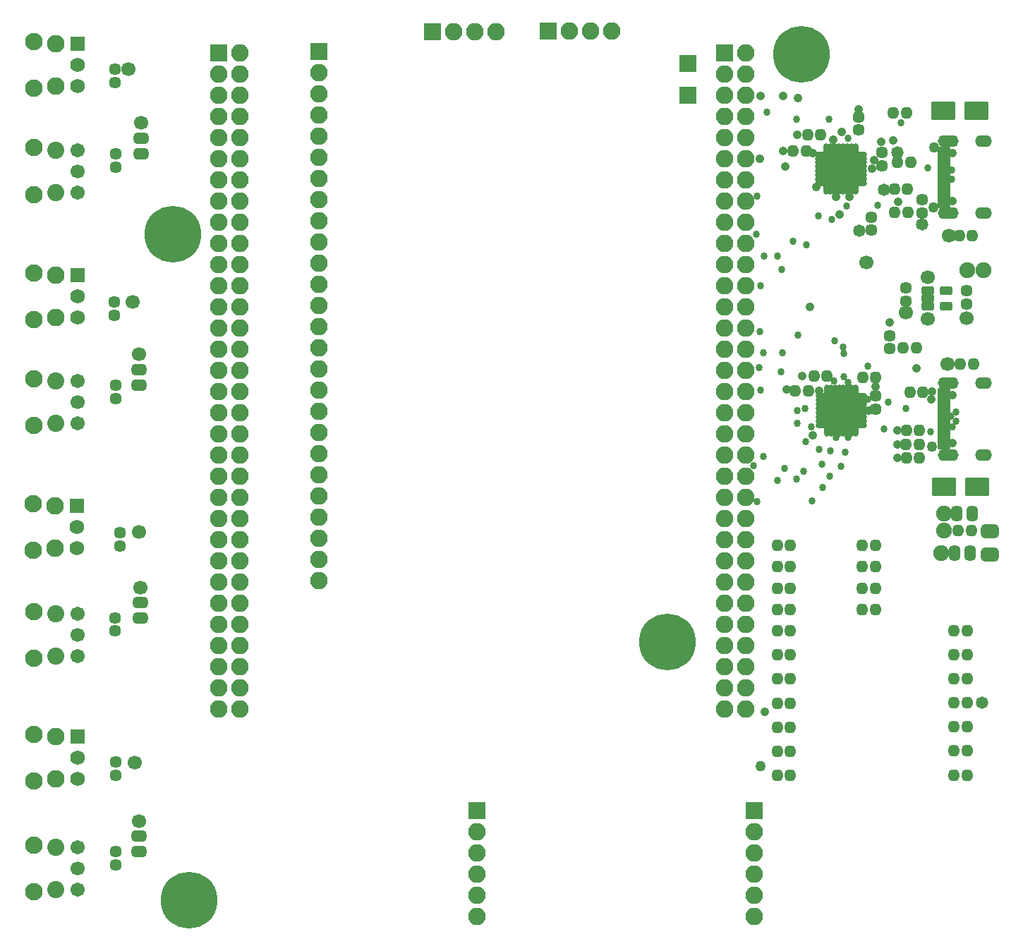
<source format=gbr>
%TF.GenerationSoftware,KiCad,Pcbnew,(6.0.7)*%
%TF.CreationDate,2022-08-08T22:40:30-07:00*%
%TF.ProjectId,adatface_baseboard,61646174-6661-4636-955f-62617365626f,rev?*%
%TF.SameCoordinates,Original*%
%TF.FileFunction,Soldermask,Top*%
%TF.FilePolarity,Negative*%
%FSLAX46Y46*%
G04 Gerber Fmt 4.6, Leading zero omitted, Abs format (unit mm)*
G04 Created by KiCad (PCBNEW (6.0.7)) date 2022-08-08 22:40:30*
%MOMM*%
%LPD*%
G01*
G04 APERTURE LIST*
G04 Aperture macros list*
%AMRoundRect*
0 Rectangle with rounded corners*
0 $1 Rounding radius*
0 $2 $3 $4 $5 $6 $7 $8 $9 X,Y pos of 4 corners*
0 Add a 4 corners polygon primitive as box body*
4,1,4,$2,$3,$4,$5,$6,$7,$8,$9,$2,$3,0*
0 Add four circle primitives for the rounded corners*
1,1,$1+$1,$2,$3*
1,1,$1+$1,$4,$5*
1,1,$1+$1,$6,$7*
1,1,$1+$1,$8,$9*
0 Add four rect primitives between the rounded corners*
20,1,$1+$1,$2,$3,$4,$5,0*
20,1,$1+$1,$4,$5,$6,$7,0*
20,1,$1+$1,$6,$7,$8,$9,0*
20,1,$1+$1,$8,$9,$2,$3,0*%
G04 Aperture macros list end*
%ADD10RoundRect,0.418750X0.218750X0.256250X-0.218750X0.256250X-0.218750X-0.256250X0.218750X-0.256250X0*%
%ADD11C,2.100000*%
%ADD12C,1.708000*%
%ADD13C,1.700000*%
%ADD14C,2.050000*%
%ADD15RoundRect,0.200000X-0.679000X0.679000X-0.679000X-0.679000X0.679000X-0.679000X0.679000X0.679000X0*%
%ADD16C,1.758000*%
%ADD17C,2.125000*%
%ADD18RoundRect,0.443750X-0.456250X0.243750X-0.456250X-0.243750X0.456250X-0.243750X0.456250X0.243750X0*%
%ADD19RoundRect,0.418750X-0.256250X0.218750X-0.256250X-0.218750X0.256250X-0.218750X0.256250X0.218750X0*%
%ADD20RoundRect,0.200000X0.850000X-0.850000X0.850000X0.850000X-0.850000X0.850000X-0.850000X-0.850000X0*%
%ADD21O,2.100000X2.100000*%
%ADD22RoundRect,0.450000X0.625000X-0.375000X0.625000X0.375000X-0.625000X0.375000X-0.625000X-0.375000X0*%
%ADD23RoundRect,0.200000X-0.530000X-0.325000X0.530000X-0.325000X0.530000X0.325000X-0.530000X0.325000X0*%
%ADD24C,1.200000*%
%ADD25C,6.800000*%
%ADD26RoundRect,0.418750X0.256250X-0.218750X0.256250X0.218750X-0.256250X0.218750X-0.256250X-0.218750X0*%
%ADD27RoundRect,0.418750X-0.218750X-0.256250X0.218750X-0.256250X0.218750X0.256250X-0.218750X0.256250X0*%
%ADD28RoundRect,0.443750X-0.243750X-0.456250X0.243750X-0.456250X0.243750X0.456250X-0.243750X0.456250X0*%
%ADD29RoundRect,0.200000X-0.850000X-0.850000X0.850000X-0.850000X0.850000X0.850000X-0.850000X0.850000X0*%
%ADD30C,1.900000*%
%ADD31C,1.050000*%
%ADD32RoundRect,0.200000X0.575000X-0.150000X0.575000X0.150000X-0.575000X0.150000X-0.575000X-0.150000X0*%
%ADD33O,2.500000X1.400000*%
%ADD34O,2.000000X1.400000*%
%ADD35RoundRect,0.200000X1.250000X0.900000X-1.250000X0.900000X-1.250000X-0.900000X1.250000X-0.900000X0*%
%ADD36RoundRect,0.200000X0.850000X0.850000X-0.850000X0.850000X-0.850000X-0.850000X0.850000X-0.850000X0*%
%ADD37RoundRect,0.262500X-0.375000X-0.062500X0.375000X-0.062500X0.375000X0.062500X-0.375000X0.062500X0*%
%ADD38RoundRect,0.262500X-0.062500X-0.375000X0.062500X-0.375000X0.062500X0.375000X-0.062500X0.375000X0*%
%ADD39RoundRect,0.200000X-1.650000X-1.650000X1.650000X-1.650000X1.650000X1.650000X-1.650000X1.650000X0*%
%ADD40C,0.860000*%
%ADD41C,1.060000*%
%ADD42C,1.480000*%
%ADD43C,1.260000*%
G04 APERTURE END LIST*
D10*
%TO.C,C10*%
X152087500Y-90500000D03*
X150512500Y-90500000D03*
%TD*%
%TO.C,R4*%
X136587500Y-114181666D03*
X135012500Y-114181666D03*
%TD*%
D11*
%TO.C,U1*%
X45816023Y-142589033D03*
X45816023Y-136989033D03*
D12*
X51056023Y-137249033D03*
D13*
X51056023Y-139789033D03*
D12*
X51056023Y-142329033D03*
D14*
X48426023Y-137249033D03*
X48426023Y-142329033D03*
%TD*%
D11*
%TO.C,TR2*%
X45810408Y-40557745D03*
X45810408Y-46157745D03*
D15*
X51050408Y-40817745D03*
D16*
X51050408Y-43357745D03*
X51050408Y-45897745D03*
D17*
X48430408Y-40817745D03*
X48430408Y-45897745D03*
%TD*%
D18*
%TO.C,L3*%
X58450000Y-79912500D03*
X58450000Y-81787500D03*
%TD*%
D11*
%TO.C,TR3*%
X45786111Y-68321385D03*
X45786111Y-73921385D03*
D15*
X51026111Y-68581385D03*
D16*
X51026111Y-71121385D03*
X51026111Y-73661385D03*
D17*
X48406111Y-68581385D03*
X48406111Y-73661385D03*
%TD*%
D19*
%TO.C,C9*%
X152400000Y-59562500D03*
X152400000Y-61137500D03*
%TD*%
D20*
%TO.C,J11*%
X93640000Y-39365000D03*
D21*
X96180000Y-39365000D03*
X98720000Y-39365000D03*
X101260000Y-39365000D03*
%TD*%
D22*
%TO.C,FB1*%
X160500000Y-102150000D03*
X160500000Y-99350000D03*
%TD*%
D10*
%TO.C,R8*%
X136587500Y-101027811D03*
X135012500Y-101027811D03*
%TD*%
D19*
%TO.C,C5*%
X55650000Y-127062500D03*
X55650000Y-128637500D03*
%TD*%
D23*
%TO.C,U7*%
X153050000Y-70437500D03*
X153050000Y-71387500D03*
X153050000Y-72337500D03*
X155250000Y-72337500D03*
X155250000Y-70437500D03*
%TD*%
D24*
%TO.C,H3*%
X60050000Y-63700000D03*
X64147056Y-62002944D03*
X64850000Y-63700000D03*
X60752944Y-62002944D03*
X64147056Y-65397056D03*
D25*
X62450000Y-63700000D03*
D24*
X62450000Y-66100000D03*
X60752944Y-65397056D03*
X62450000Y-61300000D03*
%TD*%
%TO.C,H4*%
X121793000Y-115049000D03*
X123490056Y-110951944D03*
X124193000Y-112649000D03*
X123490056Y-114346056D03*
X120095944Y-110951944D03*
D25*
X121793000Y-112649000D03*
D24*
X121793000Y-110249000D03*
X119393000Y-112649000D03*
X120095944Y-114346056D03*
%TD*%
D10*
%TO.C,D4*%
X157787500Y-114141666D03*
X156212500Y-114141666D03*
%TD*%
%TO.C,R13*%
X152075000Y-87200000D03*
X150500000Y-87200000D03*
%TD*%
%TO.C,D5*%
X157787500Y-117033332D03*
X156212500Y-117033332D03*
%TD*%
D19*
%TO.C,C7*%
X55450000Y-71862500D03*
X55450000Y-73437500D03*
%TD*%
D20*
%TO.C,J10*%
X107490000Y-39310000D03*
D21*
X110030000Y-39310000D03*
X112570000Y-39310000D03*
X115110000Y-39310000D03*
%TD*%
D10*
%TO.C,R14*%
X152512500Y-82675000D03*
X150937500Y-82675000D03*
%TD*%
%TO.C,C12*%
X138757500Y-82500000D03*
X137182500Y-82500000D03*
%TD*%
D26*
%TO.C,R17*%
X144800000Y-51187500D03*
X144800000Y-49612500D03*
%TD*%
D19*
%TO.C,C11*%
X150450000Y-70162500D03*
X150450000Y-71737500D03*
%TD*%
D18*
%TO.C,L4*%
X58550000Y-107875000D03*
X58550000Y-109750000D03*
%TD*%
D27*
%TO.C,R18*%
X145262500Y-80850000D03*
X146837500Y-80850000D03*
%TD*%
D11*
%TO.C,U2*%
X45830408Y-58920245D03*
X45830408Y-53320245D03*
D12*
X51070408Y-53580245D03*
D13*
X51070408Y-56120245D03*
D12*
X51070408Y-58660245D03*
D14*
X48440408Y-53580245D03*
X48440408Y-58660245D03*
%TD*%
D10*
%TO.C,D1*%
X157787500Y-128600000D03*
X156212500Y-128600000D03*
%TD*%
D26*
%TO.C,C3*%
X55650000Y-83425000D03*
X55650000Y-81850000D03*
%TD*%
D28*
%TO.C,C21*%
X156562500Y-97250000D03*
X158437500Y-97250000D03*
%TD*%
D18*
%TO.C,L1*%
X58400000Y-135912500D03*
X58400000Y-137787500D03*
%TD*%
D29*
%TO.C,J3*%
X128650000Y-41910000D03*
D21*
X131190000Y-41910000D03*
X128650000Y-44450000D03*
X131190000Y-44450000D03*
X128650000Y-46990000D03*
X131190000Y-46990000D03*
X128650000Y-49530000D03*
X131190000Y-49530000D03*
X128650000Y-52070000D03*
X131190000Y-52070000D03*
X128650000Y-54610000D03*
X131190000Y-54610000D03*
X128650000Y-57150000D03*
X131190000Y-57150000D03*
X128650000Y-59690000D03*
X131190000Y-59690000D03*
X128650000Y-62230000D03*
X131190000Y-62230000D03*
X128650000Y-64770000D03*
X131190000Y-64770000D03*
X128650000Y-67310000D03*
X131190000Y-67310000D03*
X128650000Y-69850000D03*
X131190000Y-69850000D03*
X128650000Y-72390000D03*
X131190000Y-72390000D03*
X128650000Y-74930000D03*
X131190000Y-74930000D03*
X128650000Y-77470000D03*
X131190000Y-77470000D03*
X128650000Y-80010000D03*
X131190000Y-80010000D03*
X128650000Y-82550000D03*
X131190000Y-82550000D03*
X128650000Y-85090000D03*
X131190000Y-85090000D03*
X128650000Y-87630000D03*
X131190000Y-87630000D03*
X128650000Y-90170000D03*
X131190000Y-90170000D03*
X128650000Y-92710000D03*
X131190000Y-92710000D03*
X128650000Y-95250000D03*
X131190000Y-95250000D03*
X128650000Y-97790000D03*
X131190000Y-97790000D03*
X128650000Y-100330000D03*
X131190000Y-100330000D03*
X128650000Y-102870000D03*
X131190000Y-102870000D03*
X128650000Y-105410000D03*
X131190000Y-105410000D03*
X128650000Y-107950000D03*
X131190000Y-107950000D03*
X128650000Y-110490000D03*
X131190000Y-110490000D03*
X128650000Y-113030000D03*
X131190000Y-113030000D03*
X128650000Y-115570000D03*
X131190000Y-115570000D03*
X128650000Y-118110000D03*
X131190000Y-118110000D03*
X128650000Y-120650000D03*
X131190000Y-120650000D03*
%TD*%
D10*
%TO.C,C14*%
X138507500Y-53690000D03*
X136932500Y-53690000D03*
%TD*%
D26*
%TO.C,C2*%
X55650000Y-55637500D03*
X55650000Y-54062500D03*
%TD*%
D10*
%TO.C,R3*%
X136587500Y-111290000D03*
X135012500Y-111290000D03*
%TD*%
D29*
%TO.C,J7*%
X80010000Y-41783000D03*
D21*
X80010000Y-44323000D03*
X80010000Y-46863000D03*
X80010000Y-49403000D03*
X80010000Y-51943000D03*
X80010000Y-54483000D03*
X80010000Y-57023000D03*
X80010000Y-59563000D03*
X80010000Y-62103000D03*
X80010000Y-64643000D03*
X80010000Y-67183000D03*
X80010000Y-69723000D03*
X80010000Y-72263000D03*
X80010000Y-74803000D03*
X80010000Y-77343000D03*
X80010000Y-79883000D03*
X80010000Y-82423000D03*
X80010000Y-84963000D03*
X80010000Y-87503000D03*
X80010000Y-90043000D03*
X80010000Y-92583000D03*
X80010000Y-95123000D03*
X80010000Y-97663000D03*
X80010000Y-100203000D03*
X80010000Y-102743000D03*
X80010000Y-105283000D03*
%TD*%
D29*
%TO.C,J6*%
X99000000Y-132900000D03*
D21*
X99000000Y-135440000D03*
X99000000Y-137980000D03*
X99000000Y-140520000D03*
X99000000Y-143060000D03*
X99000000Y-145600000D03*
%TD*%
D27*
%TO.C,R12*%
X156862500Y-63850000D03*
X158437500Y-63850000D03*
%TD*%
D30*
%TO.C,TP5*%
X157800000Y-68050000D03*
%TD*%
D31*
%TO.C,J4*%
X156045000Y-82960000D03*
X156045000Y-88740000D03*
D32*
X154980000Y-89200000D03*
X154980000Y-88400000D03*
X154980000Y-87100000D03*
X154980000Y-86100000D03*
X154980000Y-85600000D03*
X154980000Y-84600000D03*
X154980000Y-83300000D03*
X154980000Y-82500000D03*
X154980000Y-82800000D03*
X154980000Y-83600000D03*
X154980000Y-84100000D03*
X154980000Y-85100000D03*
X154980000Y-86600000D03*
X154980000Y-87600000D03*
X154980000Y-88100000D03*
X154980000Y-88900000D03*
D33*
X155545000Y-90170000D03*
D34*
X159725000Y-90170000D03*
X159725000Y-81530000D03*
D33*
X155545000Y-81530000D03*
%TD*%
D26*
%TO.C,C1*%
X55650000Y-139387500D03*
X55650000Y-137812500D03*
%TD*%
D10*
%TO.C,D2*%
X157787500Y-122816664D03*
X156212500Y-122816664D03*
%TD*%
D35*
%TO.C,D12*%
X158900000Y-48900000D03*
X154900000Y-48900000D03*
%TD*%
D19*
%TO.C,R24*%
X146300000Y-61637500D03*
X146300000Y-63212500D03*
%TD*%
D10*
%TO.C,R15*%
X150637500Y-58300000D03*
X149062500Y-58300000D03*
%TD*%
%TO.C,D9*%
X146812500Y-108751964D03*
X145237500Y-108751964D03*
%TD*%
%TO.C,R9*%
X136587500Y-103593358D03*
X135012500Y-103593358D03*
%TD*%
%TO.C,R1*%
X136587500Y-128640000D03*
X135012500Y-128640000D03*
%TD*%
D11*
%TO.C,U3*%
X45790000Y-86650000D03*
X45790000Y-81050000D03*
D12*
X51030000Y-81310000D03*
D13*
X51030000Y-83850000D03*
D12*
X51030000Y-86390000D03*
D14*
X48400000Y-81310000D03*
X48400000Y-86390000D03*
%TD*%
D19*
%TO.C,C8*%
X56136737Y-99533043D03*
X56136737Y-101108043D03*
%TD*%
D26*
%TO.C,R26*%
X148510000Y-77425000D03*
X148510000Y-75850000D03*
%TD*%
D10*
%TO.C,D6*%
X157787500Y-119924998D03*
X156212500Y-119924998D03*
%TD*%
%TO.C,R5*%
X136587500Y-117073332D03*
X135012500Y-117073332D03*
%TD*%
%TO.C,R23*%
X150687500Y-61100000D03*
X149112500Y-61100000D03*
%TD*%
D26*
%TO.C,C18*%
X147550000Y-55457500D03*
X147550000Y-53882500D03*
%TD*%
D10*
%TO.C,R11*%
X136587500Y-106158905D03*
X135012500Y-106158905D03*
%TD*%
D27*
%TO.C,R16*%
X149432500Y-55070000D03*
X151007500Y-55070000D03*
%TD*%
D10*
%TO.C,R19*%
X150487500Y-49100000D03*
X148912500Y-49100000D03*
%TD*%
%TO.C,D10*%
X146812500Y-106174642D03*
X145237500Y-106174642D03*
%TD*%
%TO.C,R10*%
X136587500Y-108724452D03*
X135012500Y-108724452D03*
%TD*%
%TO.C,D7*%
X146812500Y-101020000D03*
X145237500Y-101020000D03*
%TD*%
D36*
%TO.C,J9*%
X124250000Y-43250000D03*
%TD*%
D24*
%TO.C,H2*%
X62752944Y-141902944D03*
X66850000Y-143600000D03*
X64450000Y-146000000D03*
X66147056Y-145297056D03*
X64450000Y-141200000D03*
X66147056Y-141902944D03*
X62752944Y-145297056D03*
X62050000Y-143600000D03*
D25*
X64450000Y-143600000D03*
%TD*%
D29*
%TO.C,J1*%
X132250000Y-132900000D03*
D21*
X132250000Y-135440000D03*
X132250000Y-137980000D03*
X132250000Y-140520000D03*
X132250000Y-143060000D03*
X132250000Y-145600000D03*
%TD*%
D26*
%TO.C,C4*%
X55525979Y-111307392D03*
X55525979Y-109732392D03*
%TD*%
D10*
%TO.C,D11*%
X157787500Y-125708330D03*
X156212500Y-125708330D03*
%TD*%
D26*
%TO.C,C16*%
X146825000Y-84687500D03*
X146825000Y-83112500D03*
%TD*%
D10*
%TO.C,C17*%
X140237500Y-51740000D03*
X138662500Y-51740000D03*
%TD*%
%TO.C,D3*%
X157787500Y-111250000D03*
X156212500Y-111250000D03*
%TD*%
D19*
%TO.C,C6*%
X55500000Y-43887500D03*
X55500000Y-45462500D03*
%TD*%
D11*
%TO.C,TR4*%
X45706530Y-96043594D03*
X45706530Y-101643594D03*
D15*
X50946530Y-96303594D03*
D16*
X50946530Y-98843594D03*
X50946530Y-101383594D03*
D17*
X48326530Y-96303594D03*
X48326530Y-101383594D03*
%TD*%
D10*
%TO.C,R6*%
X136587500Y-119964998D03*
X135012500Y-119964998D03*
%TD*%
%TO.C,R25*%
X151712500Y-77362500D03*
X150137500Y-77362500D03*
%TD*%
D36*
%TO.C,J8*%
X124250000Y-47000000D03*
%TD*%
D10*
%TO.C,C15*%
X140997500Y-80730000D03*
X139422500Y-80730000D03*
%TD*%
D27*
%TO.C,R7*%
X156975000Y-79250000D03*
X158550000Y-79250000D03*
%TD*%
%TO.C,C20*%
X156712500Y-99250000D03*
X158287500Y-99250000D03*
%TD*%
D25*
%TO.C,H1*%
X137925000Y-42100000D03*
D24*
X137925000Y-39700000D03*
X137925000Y-44500000D03*
X140325000Y-42100000D03*
X139622056Y-43797056D03*
X136227944Y-40402944D03*
X135525000Y-42100000D03*
X136227944Y-43797056D03*
X139622056Y-40402944D03*
%TD*%
D10*
%TO.C,R21*%
X136587500Y-125748330D03*
X135012500Y-125748330D03*
%TD*%
D11*
%TO.C,U4*%
X45816023Y-108989033D03*
X45816023Y-114589033D03*
D12*
X51056023Y-109249033D03*
D13*
X51056023Y-111789033D03*
D12*
X51056023Y-114329033D03*
D14*
X48426023Y-109249033D03*
X48426023Y-114329033D03*
%TD*%
D19*
%TO.C,C13*%
X157750000Y-70462500D03*
X157750000Y-72037500D03*
%TD*%
D10*
%TO.C,D8*%
X146812500Y-103597321D03*
X145237500Y-103597321D03*
%TD*%
D11*
%TO.C,TR1*%
X45796023Y-123751533D03*
X45796023Y-129351533D03*
D15*
X51036023Y-124011533D03*
D16*
X51036023Y-126551533D03*
X51036023Y-129091533D03*
D17*
X48416023Y-124011533D03*
X48416023Y-129091533D03*
%TD*%
D29*
%TO.C,J2*%
X67945000Y-41910000D03*
D21*
X70485000Y-41910000D03*
X67945000Y-44450000D03*
X70485000Y-44450000D03*
X67945000Y-46990000D03*
X70485000Y-46990000D03*
X67945000Y-49530000D03*
X70485000Y-49530000D03*
X67945000Y-52070000D03*
X70485000Y-52070000D03*
X67945000Y-54610000D03*
X70485000Y-54610000D03*
X67945000Y-57150000D03*
X70485000Y-57150000D03*
X67945000Y-59690000D03*
X70485000Y-59690000D03*
X67945000Y-62230000D03*
X70485000Y-62230000D03*
X67945000Y-64770000D03*
X70485000Y-64770000D03*
X67945000Y-67310000D03*
X70485000Y-67310000D03*
X67945000Y-69850000D03*
X70485000Y-69850000D03*
X67945000Y-72390000D03*
X70485000Y-72390000D03*
X67945000Y-74930000D03*
X70485000Y-74930000D03*
X67945000Y-77470000D03*
X70485000Y-77470000D03*
X67945000Y-80010000D03*
X70485000Y-80010000D03*
X67945000Y-82550000D03*
X70485000Y-82550000D03*
X67945000Y-85090000D03*
X70485000Y-85090000D03*
X67945000Y-87630000D03*
X70485000Y-87630000D03*
X67945000Y-90170000D03*
X70485000Y-90170000D03*
X67945000Y-92710000D03*
X70485000Y-92710000D03*
X67945000Y-95250000D03*
X70485000Y-95250000D03*
X67945000Y-97790000D03*
X70485000Y-97790000D03*
X67945000Y-100330000D03*
X70485000Y-100330000D03*
X67945000Y-102870000D03*
X70485000Y-102870000D03*
X67945000Y-105410000D03*
X70485000Y-105410000D03*
X67945000Y-107950000D03*
X70485000Y-107950000D03*
X67945000Y-110490000D03*
X70485000Y-110490000D03*
X67945000Y-113030000D03*
X70485000Y-113030000D03*
X67945000Y-115570000D03*
X70485000Y-115570000D03*
X67945000Y-118110000D03*
X70485000Y-118110000D03*
X67945000Y-120650000D03*
X70485000Y-120650000D03*
%TD*%
D37*
%TO.C,U5*%
X140212500Y-54100000D03*
X140212500Y-54600000D03*
X140212500Y-55100000D03*
X140212500Y-55600000D03*
X140212500Y-56100000D03*
X140212500Y-56600000D03*
X140212500Y-57100000D03*
X140212500Y-57600000D03*
D38*
X140900000Y-58287500D03*
X141400000Y-58287500D03*
X141900000Y-58287500D03*
X142400000Y-58287500D03*
X142900000Y-58287500D03*
X143400000Y-58287500D03*
X143900000Y-58287500D03*
X144400000Y-58287500D03*
D37*
X145087500Y-57600000D03*
X145087500Y-57100000D03*
X145087500Y-56600000D03*
X145087500Y-56100000D03*
X145087500Y-55600000D03*
X145087500Y-55100000D03*
X145087500Y-54600000D03*
X145087500Y-54100000D03*
D38*
X144400000Y-53412500D03*
X143900000Y-53412500D03*
X143400000Y-53412500D03*
X142900000Y-53412500D03*
X142400000Y-53412500D03*
X141900000Y-53412500D03*
X141400000Y-53412500D03*
X140900000Y-53412500D03*
D39*
X142650000Y-55850000D03*
%TD*%
D28*
%TO.C,C19*%
X156312500Y-102000000D03*
X158187500Y-102000000D03*
%TD*%
D10*
%TO.C,R2*%
X136587500Y-122856664D03*
X135012500Y-122856664D03*
%TD*%
D31*
%TO.C,J5*%
X156045000Y-53960000D03*
X156045000Y-59740000D03*
D32*
X154980000Y-60200000D03*
X154980000Y-59400000D03*
X154980000Y-58100000D03*
X154980000Y-57100000D03*
X154980000Y-56600000D03*
X154980000Y-55600000D03*
X154980000Y-54300000D03*
X154980000Y-53500000D03*
X154980000Y-53800000D03*
X154980000Y-54600000D03*
X154980000Y-55100000D03*
X154980000Y-56100000D03*
X154980000Y-57600000D03*
X154980000Y-58600000D03*
X154980000Y-59100000D03*
X154980000Y-59900000D03*
D33*
X155545000Y-52530000D03*
D34*
X159725000Y-61170000D03*
X159725000Y-52530000D03*
D33*
X155545000Y-61170000D03*
%TD*%
D37*
%TO.C,U6*%
X140262500Y-83125000D03*
X140262500Y-83625000D03*
X140262500Y-84125000D03*
X140262500Y-84625000D03*
X140262500Y-85125000D03*
X140262500Y-85625000D03*
X140262500Y-86125000D03*
X140262500Y-86625000D03*
D38*
X140950000Y-87312500D03*
X141450000Y-87312500D03*
X141950000Y-87312500D03*
X142450000Y-87312500D03*
X142950000Y-87312500D03*
X143450000Y-87312500D03*
X143950000Y-87312500D03*
X144450000Y-87312500D03*
D37*
X145137500Y-86625000D03*
X145137500Y-86125000D03*
X145137500Y-85625000D03*
X145137500Y-85125000D03*
X145137500Y-84625000D03*
X145137500Y-84125000D03*
X145137500Y-83625000D03*
X145137500Y-83125000D03*
D38*
X144450000Y-82437500D03*
X143950000Y-82437500D03*
X143450000Y-82437500D03*
X142950000Y-82437500D03*
X142450000Y-82437500D03*
X141950000Y-82437500D03*
X141450000Y-82437500D03*
X140950000Y-82437500D03*
D39*
X142700000Y-84875000D03*
%TD*%
D35*
%TO.C,D13*%
X159000000Y-94000000D03*
X155000000Y-94000000D03*
%TD*%
D10*
%TO.C,R20*%
X152050000Y-88900000D03*
X150475000Y-88900000D03*
%TD*%
D18*
%TO.C,L2*%
X58650000Y-52156250D03*
X58650000Y-54031250D03*
%TD*%
D40*
X155895500Y-85579500D03*
X156425000Y-86125000D03*
X156425000Y-85000000D03*
X156035000Y-86775000D03*
X143650000Y-54850000D03*
X141550000Y-61940000D03*
D30*
X155000000Y-97250000D03*
D40*
X142630000Y-91570000D03*
X138430000Y-88610000D03*
D41*
X133030000Y-47130000D03*
X135720000Y-47070000D03*
D40*
X141754384Y-83960199D03*
X137350000Y-93040000D03*
D13*
X150450000Y-73100000D03*
D40*
X143650000Y-55850000D03*
X149850000Y-50340000D03*
X142750000Y-85950000D03*
D41*
X148500000Y-74250000D03*
D40*
X143310000Y-60280000D03*
X137420000Y-86410000D03*
D42*
X144850000Y-63275000D03*
D40*
X133460000Y-66360000D03*
X142650000Y-56850000D03*
D41*
X132940000Y-54600000D03*
X153560000Y-82570000D03*
D40*
X132600000Y-59100000D03*
X133010000Y-82430000D03*
D30*
X155000000Y-99300000D03*
D43*
X153550000Y-89200000D03*
D40*
X139990000Y-89530000D03*
D42*
X159600000Y-119900000D03*
D40*
X140480000Y-94090000D03*
X135600000Y-77900000D03*
X133020000Y-69860000D03*
D41*
X144800000Y-48750000D03*
D40*
X138300000Y-84650000D03*
X138540000Y-64980000D03*
X139180000Y-95670000D03*
X143130000Y-89860000D03*
X135060000Y-66330000D03*
X141650000Y-54850000D03*
X141750000Y-84850000D03*
D41*
X135710000Y-53680000D03*
D40*
X132490000Y-63710000D03*
X141650000Y-55850000D03*
D43*
X153825000Y-53325000D03*
D40*
X142750000Y-83800000D03*
X143650000Y-84850000D03*
X141750000Y-85950000D03*
D41*
X137980000Y-80730000D03*
D40*
X136890000Y-64530000D03*
D41*
X137400000Y-51740000D03*
D40*
X133370000Y-90340000D03*
X132600000Y-95790000D03*
X143650000Y-85950000D03*
X132860000Y-79660000D03*
X147820000Y-87080000D03*
D30*
X154700000Y-102000000D03*
D40*
X147080000Y-60210000D03*
X142750000Y-84850000D03*
D42*
X149420000Y-53910000D03*
D41*
X149412500Y-87200000D03*
D40*
X141200000Y-49890000D03*
X133330000Y-77890000D03*
X143650000Y-56850000D03*
X135870000Y-91820000D03*
D41*
X136150000Y-82330000D03*
D40*
X138190000Y-92130000D03*
X139940000Y-61480000D03*
D41*
X146825000Y-81975000D03*
X149425000Y-90525000D03*
X135950000Y-55600000D03*
D40*
X137330000Y-49910000D03*
X143650000Y-83800000D03*
X141650000Y-56850000D03*
X140400000Y-91300000D03*
D13*
X155650000Y-63850000D03*
D40*
X132910000Y-75370000D03*
X137520000Y-75810000D03*
X135480000Y-80250000D03*
X141400000Y-89670000D03*
D41*
X147520000Y-52640000D03*
D40*
X142650000Y-55850000D03*
X135050000Y-93210000D03*
X142650000Y-54850000D03*
D13*
X155400000Y-79250000D03*
D42*
X152400000Y-62550000D03*
D40*
X137420000Y-84850000D03*
D13*
X157750000Y-73800000D03*
D42*
X147841950Y-58391950D03*
D43*
X153775000Y-60500000D03*
D40*
X141290000Y-92730000D03*
X135530000Y-67940000D03*
X133790000Y-49070000D03*
X141870000Y-76460000D03*
D13*
X58550000Y-106150000D03*
X57650000Y-71850000D03*
D40*
X143529500Y-88095000D03*
D41*
X139667911Y-58032917D03*
X143630000Y-59230000D03*
X139240000Y-53920500D03*
D40*
X142029500Y-88114428D03*
D13*
X58650000Y-50343750D03*
X58450000Y-78112500D03*
D41*
X142074144Y-59210155D03*
D13*
X153100000Y-68900000D03*
X57900000Y-127100000D03*
X153050000Y-73900000D03*
D41*
X140000000Y-82500000D03*
D13*
X58450000Y-99450000D03*
D41*
X139270000Y-87810000D03*
D13*
X58400000Y-134100000D03*
X57150000Y-43850000D03*
D41*
X146350000Y-55850000D03*
X145975000Y-84900000D03*
D30*
X159775000Y-68050000D03*
D13*
X145737840Y-67109048D03*
D40*
X142954263Y-80810000D03*
D41*
X141705105Y-52364145D03*
D40*
X141795263Y-81290000D03*
D41*
X142760000Y-51420000D03*
D43*
X133000000Y-127500000D03*
D41*
X133500000Y-121000000D03*
X142460000Y-61320000D03*
X137490000Y-47380000D03*
D40*
X143479500Y-52170000D03*
X153070000Y-55710000D03*
D41*
X148912500Y-52427598D03*
X146600000Y-54800000D03*
D40*
X148350000Y-83875000D03*
D41*
X149425000Y-88900000D03*
D40*
X155975000Y-57100000D03*
X155975000Y-56000000D03*
D41*
X138950098Y-72390000D03*
X149490000Y-59810000D03*
X151730000Y-79770000D03*
X153470000Y-83480000D03*
D40*
X142890000Y-77280000D03*
X142970000Y-78004500D03*
X145910000Y-83530000D03*
X145900000Y-79490000D03*
X143491719Y-81519809D03*
X132150000Y-91450000D03*
X139129124Y-86811999D03*
X150450000Y-84625000D03*
X153400000Y-87375000D03*
M02*

</source>
